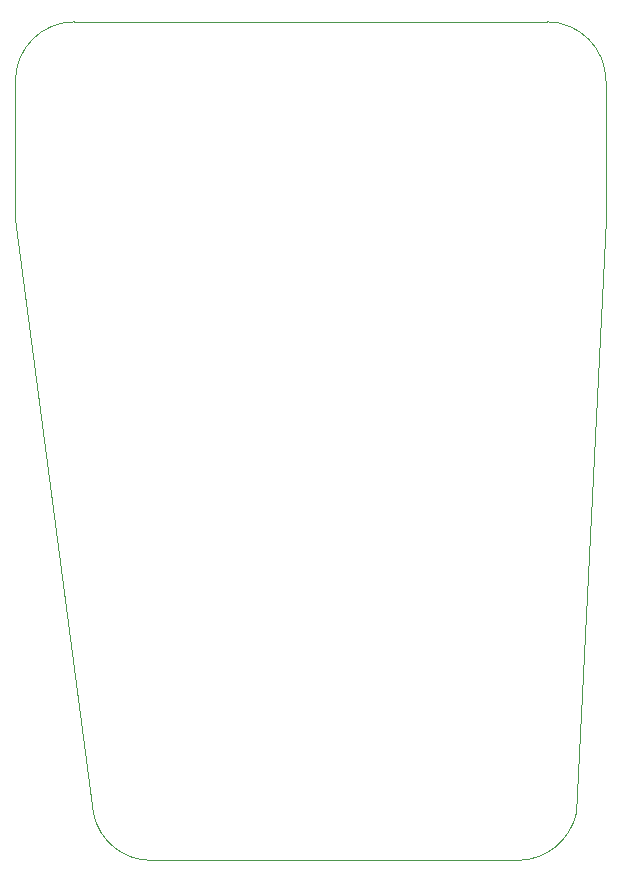
<source format=gbr>
%TF.GenerationSoftware,KiCad,Pcbnew,(6.0.0)*%
%TF.CreationDate,2022-11-21T18:04:57+01:00*%
%TF.ProjectId,fanali_coda_treno,66616e61-6c69-45f6-936f-64615f747265,rev?*%
%TF.SameCoordinates,Original*%
%TF.FileFunction,Profile,NP*%
%FSLAX46Y46*%
G04 Gerber Fmt 4.6, Leading zero omitted, Abs format (unit mm)*
G04 Created by KiCad (PCBNEW (6.0.0)) date 2022-11-21 18:04:57*
%MOMM*%
%LPD*%
G01*
G04 APERTURE LIST*
%TA.AperFunction,Profile*%
%ADD10C,0.100000*%
%TD*%
G04 APERTURE END LIST*
D10*
X10097097Y-73480581D02*
G75*
G03*
X15000000Y-77500000I4902903J980581D01*
G01*
X53500000Y-11500000D02*
G75*
G03*
X48500000Y-6500000I-5000000J0D01*
G01*
X3500000Y-11500000D02*
X3500000Y-23170000D01*
X53500000Y-23170000D02*
X51000000Y-73500000D01*
X46000000Y-77500000D02*
X15000000Y-77500000D01*
X46000000Y-77500000D02*
G75*
G03*
X51000000Y-73500000I1J5124999D01*
G01*
X8500000Y-6500000D02*
X48500000Y-6500000D01*
X53500000Y-23170000D02*
X53500000Y-11500000D01*
X8500000Y-6500000D02*
G75*
G03*
X3500000Y-11500000I0J-5000000D01*
G01*
X3500000Y-23170000D02*
X10097097Y-73480581D01*
M02*

</source>
